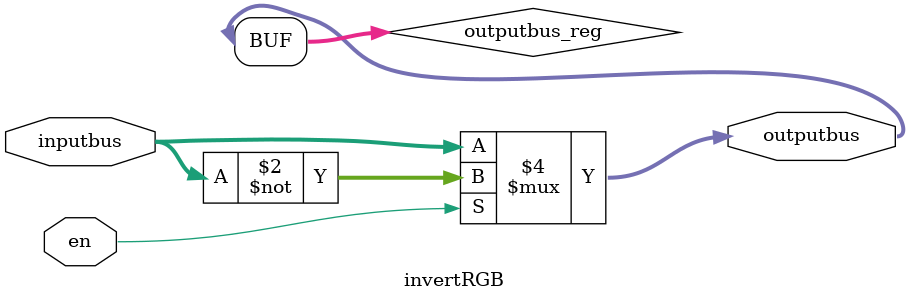
<source format=v>
`timescale 1ns / 1ps


module invertRGB(
        input [23:0] inputbus, //RGB PIXEL DATA IN
        input en, 
        output [23:0] outputbus ////RGB PIXEL DATA OUT
    );
    
    reg [23:0] outputbus_reg;
    
    always @ (inputbus) begin
     begin
                    if(en) //If en is high, invert RGB
                        begin
                         outputbus_reg =  ~inputbus; 
                        end
                   else 
                        begin
                         outputbus_reg =  inputbus;  
                        end
                    
     end
    end
    
    assign outputbus = outputbus_reg;
    
endmodule

</source>
